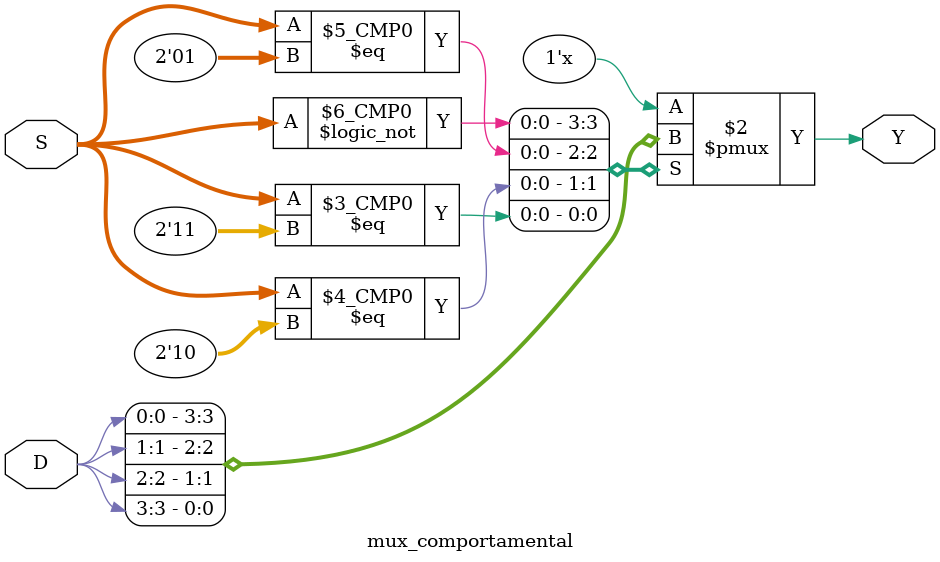
<source format=v>
module mux_comportamental(D, S, Y);
    input [3:0] D;
    input [1:0] S;
    output reg Y;

    always @(S, D) begin
        case (S)
            2'b00: Y = D[0];
            2'b01: Y = D[1];
            2'b10: Y = D[2];
            2'b11: Y = D[3];
        endcase
    end
endmodule
</source>
